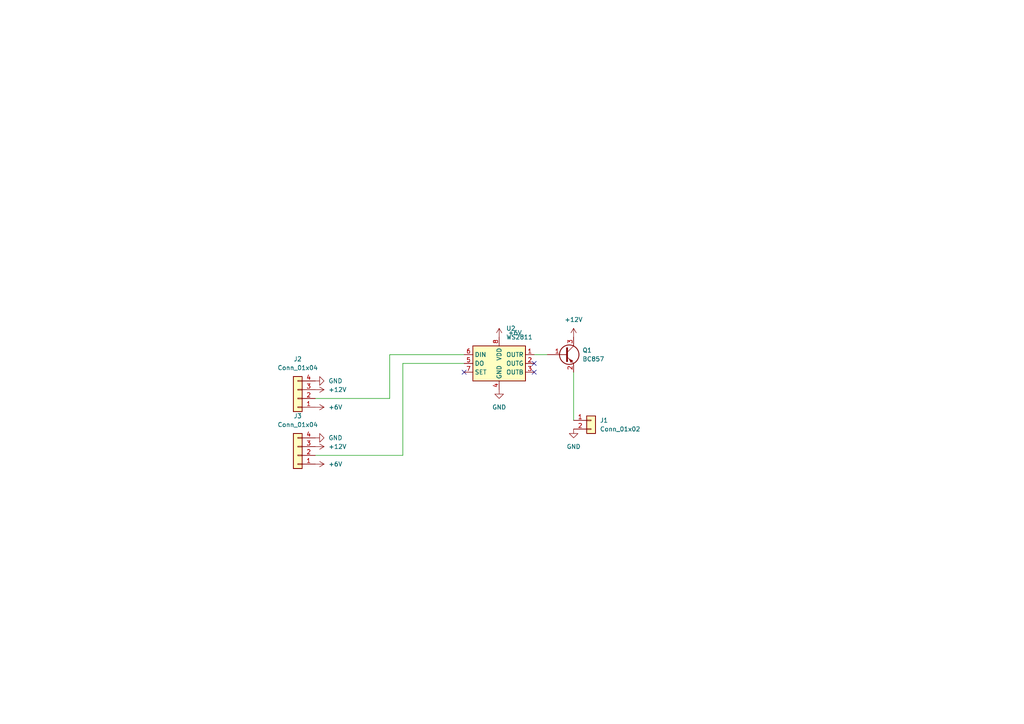
<source format=kicad_sch>
(kicad_sch (version 20211123) (generator eeschema)
  (paper "A4")
  (lib_symbols
    (symbol "Connector_Generic:Conn_01x02" (pin_names (offset 1.016) hide)
      (property "Reference" "J" (at 0 2.54 0))
      (property "Value" "Conn_01x02" (at 0 -5.08 0))
      (symbol "Conn_01x02_1_1"
        (rectangle (start -1.27 -2.413) (end 0 -2.667) (stroke (width 0.1524)))
        (rectangle (start -1.27 0.127) (end 0 -0.127) (stroke (width 0.1524)))
        (rectangle (start -1.27 1.27) (end 1.27 -3.81) (stroke (width 0.254)) (fill (type background)))
        (pin passive line (at -5.08 0 0) (length 3.81) (name "Pin_1") (number "1"))
        (pin passive line (at -5.08 -2.54 0) (length 3.81) (name "Pin_2") (number "2"))
      )
    )
    (symbol "Connector_Generic:Conn_01x04" (pin_names (offset 1.016) hide)
      (property "Reference" "J" (at 0 5.08 0))
      (property "Value" "Conn_01x04" (at 0 -7.62 0))
      (symbol "Conn_01x04_1_1"
        (rectangle (start -1.27 -4.953) (end 0 -5.207) (stroke (width 0.1524)))
        (rectangle (start -1.27 -2.413) (end 0 -2.667) (stroke (width 0.1524)))
        (rectangle (start -1.27 0.127) (end 0 -0.127) (stroke (width 0.1524)))
        (rectangle (start -1.27 2.667) (end 0 2.413) (stroke (width 0.1524)))
        (rectangle (start -1.27 3.81) (end 1.27 -6.35) (stroke (width 0.254)) (fill (type background)))
        (pin passive line (at -5.08 2.54 0) (length 3.81) (name "Pin_1") (number "1"))
        (pin passive line (at -5.08 0 0) (length 3.81) (name "Pin_2") (number "2"))
        (pin passive line (at -5.08 -2.54 0) (length 3.81) (name "Pin_3") (number "3"))
        (pin passive line (at -5.08 -5.08 0) (length 3.81) (name "Pin_4") (number "4"))
      )
    )
    (symbol "Driver_LED:WS2811"
      (property "Reference" "U" (at -6.35 6.35 0))
      (property "Value" "WS2811" (at 5.08 6.35 0))
      (symbol "WS2811_0_1"
        (rectangle (start -7.62 5.08) (end 7.62 -5.08) (stroke (width 0.254)) (fill (type background)))
      )
      (symbol "WS2811_1_1"
        (pin output line (at 10.16 2.54 180) (length 2.54) (name "OUTR") (number "1"))
        (pin output line (at 10.16 0 180) (length 2.54) (name "OUTG") (number "2"))
        (pin output line (at 10.16 -2.54 180) (length 2.54) (name "OUTB") (number "3"))
        (pin power_in line (at 0 -7.62 90) (length 2.54) (name "GND") (number "4"))
        (pin output line (at -10.16 0 0) (length 2.54) (name "DO") (number "5"))
        (pin input line (at -10.16 2.54 0) (length 2.54) (name "DIN") (number "6"))
        (pin input line (at -10.16 -2.54 0) (length 2.54) (name "SET") (number "7"))
        (pin power_in line (at 0 7.62 270) (length 2.54) (name "VDD") (number "8"))
      )
    )
    (symbol "Transistor_BJT:BC857" (pin_names (offset 0) hide)
      (property "Reference" "Q" (at 5.08 1.905 0))
      (property "Value" "BC857" (at 5.08 0 0))
      (symbol "BC857_0_1"
        (polyline (pts (xy 0.635 0.635) (xy 2.54 2.54)))
        (polyline (pts (xy 0.635 -0.635) (xy 2.54 -2.54) (xy 2.54 -2.54)))
        (polyline (pts (xy 0.635 1.905) (xy 0.635 -1.905) (xy 0.635 -1.905)) (stroke (width 0.508)))
        (polyline (pts (xy 2.286 -1.778) (xy 1.778 -2.286) (xy 1.27 -1.27) (xy 2.286 -1.778) (xy 2.286 -1.778)) (fill (type outline)))
        (circle (center 1.27 0) (radius 2.8194) (stroke (width 0.254)))
      )
      (symbol "BC857_1_1"
        (pin input line (at -5.08 0 0) (length 5.715) (name "B") (number "1"))
        (pin passive line (at 2.54 -5.08 90) (length 2.54) (name "E") (number "2"))
        (pin passive line (at 2.54 5.08 270) (length 2.54) (name "C") (number "3"))
      )
    )
    (symbol "power:+12V" (power) (pin_names (offset 0))
      (property "Value" "+12V" (at 0 3.556 0))
      (symbol "+12V_0_1"
        (polyline (pts (xy -0.762 1.27) (xy 0 2.54)))
        (polyline (pts (xy 0 0) (xy 0 2.54)))
        (polyline (pts (xy 0 2.54) (xy 0.762 1.27)))
      )
      (symbol "+12V_1_1"
        (pin power_in line (at 0 0 90) (length 0) hide (name "+12V") (number "1"))
      )
    )
    (symbol "power:+6V" (power) (pin_names (offset 0))
      (property "Value" "+6V" (at 0 3.556 0))
      (symbol "+6V_0_1"
        (polyline (pts (xy -0.762 1.27) (xy 0 2.54)))
        (polyline (pts (xy 0 0) (xy 0 2.54)))
        (polyline (pts (xy 0 2.54) (xy 0.762 1.27)))
      )
      (symbol "+6V_1_1"
        (pin power_in line (at 0 0 90) (length 0) hide (name "+6V") (number "1"))
      )
    )
    (symbol "power:GND" (power) (pin_names (offset 0))
      (property "Value" "GND" (at 0 -3.81 0))
      (symbol "GND_0_1"
        (polyline (pts (xy 0 0) (xy 0 -1.27) (xy 1.27 -1.27) (xy 0 -2.54) (xy -1.27 -1.27) (xy 0 -1.27)))
      )
      (symbol "GND_1_1"
        (pin power_in line (at 0 0 270) (length 0) hide (name "GND") (number "1"))
      )
    )
  )
  (no_connect (at 154.94 105.41))
  (no_connect (at 154.94 107.95))
  (no_connect (at 134.62 107.95))
  (wire (pts (xy 134.62 105.41) (xy 116.84 105.41)))
  (wire (pts (xy 116.84 105.41) (xy 116.84 132.08)))
  (wire (pts (xy 166.37 107.95) (xy 166.37 121.92)))
  (wire (pts (xy 116.84 132.08) (xy 91.44 132.08)))
  (wire (pts (xy 154.94 102.87) (xy 158.75 102.87)))
  (wire (pts (xy 91.44 115.57) (xy 113.03 115.57)))
  (wire (pts (xy 113.03 115.57) (xy 113.03 102.87)))
  (wire (pts (xy 113.03 102.87) (xy 134.62 102.87)))
  (symbol (lib_id "Connector_Generic:Conn_01x04") (at 86.36 132.08 180) (unit 1)
    (property "Reference" "J3" (at 86.36 120.65 0))
    (property "Value" "Conn_01x04" (at 86.36 123.19 0))
    (property "Footprint" "Connector_PinHeader_2.54mm:PinHeader_1x04_P2.54mm_Vertical" (effects hide))
  )
  (symbol (lib_id "Connector_Generic:Conn_01x04") (at 86.36 115.57 180) (unit 1)
    (property "Reference" "J2" (at 86.36 104.14 0))
    (property "Value" "Conn_01x04" (at 86.36 106.68 0))
    (property "Footprint" "Connector_PinHeader_2.54mm:PinHeader_1x04_P2.54mm_Vertical" (effects hide))
  )
  (symbol (lib_id "power:+6V") (at 91.44 134.62 270) (unit 1)
    (property "Reference" "#PWR0106" (effects hide))
    (property "Value" "+6V" (at 95.25 134.6199 90) (effects (justify left)))
  )
  (symbol (lib_id "power:GND") (at 91.44 110.49 90) (unit 1)
    (property "Reference" "#PWR0101" (effects hide))
    (property "Value" "GND" (at 95.25 110.4899 90) (effects (justify right)))
  )
  (symbol (lib_id "power:GND") (at 91.44 127 90) (unit 1)
    (property "Reference" "#PWR0104" (effects hide))
    (property "Value" "GND" (at 95.25 126.9999 90) (effects (justify right)))
  )
  (symbol (lib_id "power:+12V") (at 91.44 113.03 270) (unit 1)
    (property "Reference" "#PWR0103" (effects hide))
    (property "Value" "+12V" (at 95.25 113.0299 90) (effects (justify left)))
  )
  (symbol (lib_id "power:+12V") (at 166.37 97.79 0) (unit 1)
    (property "Reference" "#PWR04" (effects hide))
    (property "Value" "+12V" (at 166.37 92.71 0))
  )
  (symbol (lib_id "Driver_LED:WS2811") (at 144.78 105.41 0) (unit 1)
    (property "Reference" "U2" (at 146.7994 95.25 0) (effects (justify left)))
    (property "Value" "WS2811" (at 146.7994 97.79 0) (effects (justify left)))
    (property "Footprint" "Package_SO:SOP-8_3.9x4.9mm_P1.27mm" (effects hide))
    (property "Datasheet" "https://cdn-shop.adafruit.com/datasheets/WS2811.pdf" (effects hide))
  )
  (symbol (lib_id "power:GND") (at 144.78 113.03 0) (unit 1)
    (property "Reference" "#PWR03" (effects hide))
    (property "Value" "GND" (at 144.78 118.11 0))
  )
  (symbol (lib_id "power:+6V") (at 144.78 97.79 0) (unit 1)
    (property "Reference" "#PWR0107" (effects hide))
    (property "Value" "+6V" (at 147.32 96.5199 0) (effects (justify left)))
  )
  (symbol (lib_id "power:+12V") (at 91.44 129.54 270) (unit 1)
    (property "Reference" "#PWR0102" (effects hide))
    (property "Value" "+12V" (at 95.25 129.5399 90) (effects (justify left)))
  )
  (symbol (lib_id "Transistor_BJT:BC857") (at 163.83 102.87 0) (unit 1)
    (property "Reference" "Q1" (at 168.91 101.5999 0) (effects (justify left)))
    (property "Value" "BC857" (at 168.91 104.1399 0) (effects (justify left)))
    (property "Footprint" "Package_TO_SOT_SMD:SOT-23" (effects hide))
    (property "Datasheet" "https://www.onsemi.com/pub/Collateral/BC860-D.pdf" (effects hide))
  )
  (symbol (lib_id "power:GND") (at 166.37 124.46 0) (unit 1)
    (property "Reference" "#PWR05" (effects hide))
    (property "Value" "GND" (at 166.37 129.54 0))
  )
  (symbol (lib_id "power:+6V") (at 91.44 118.11 270) (unit 1)
    (property "Reference" "#PWR0105" (effects hide))
    (property "Value" "+6V" (at 95.25 118.1099 90) (effects (justify left)))
  )
  (symbol (lib_id "Connector_Generic:Conn_01x02") (at 171.45 121.92 0) (unit 1)
    (property "Reference" "J1" (at 173.99 121.9199 0) (effects (justify left)))
    (property "Value" "Conn_01x02" (at 173.99 124.4599 0) (effects (justify left)))
    (property "Footprint" "Connector_PinHeader_2.54mm:PinHeader_1x02_P2.54mm_Vertical" (effects hide))
  )
)
</source>
